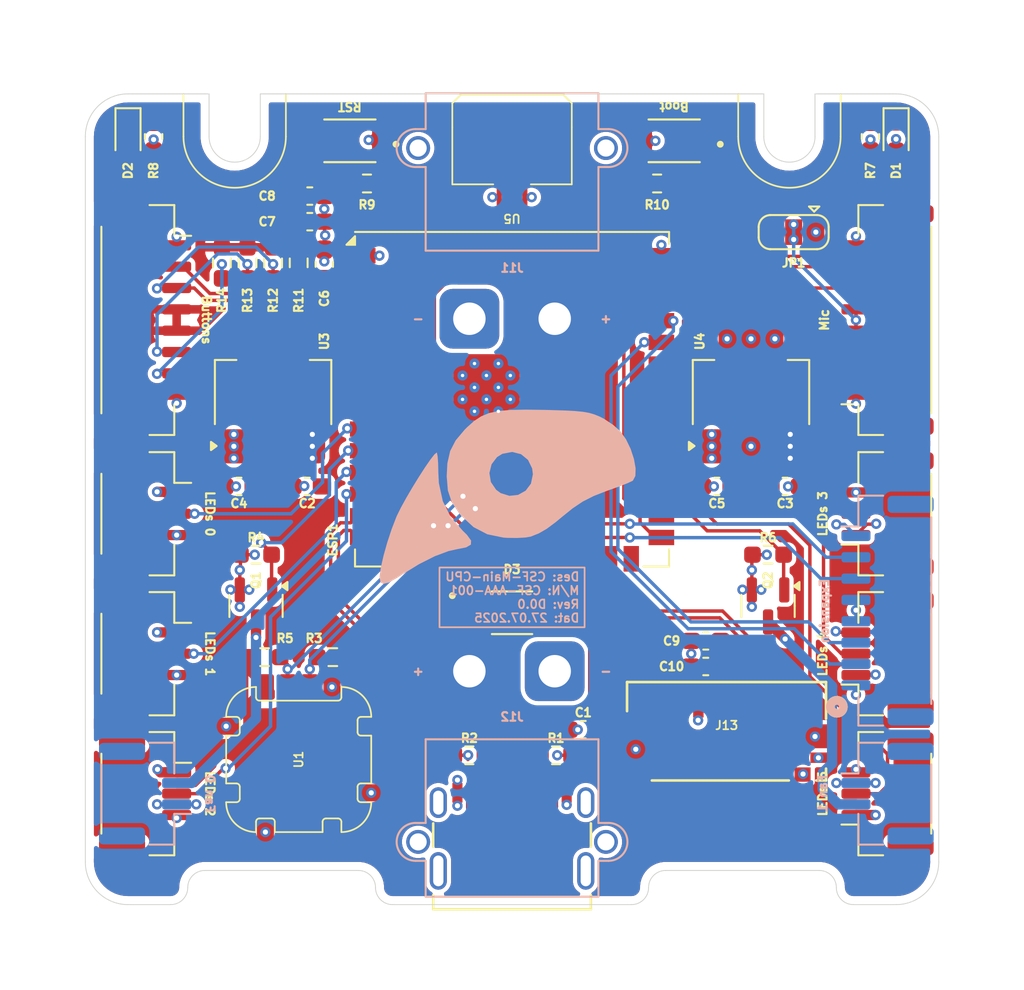
<source format=kicad_pcb>
(kicad_pcb (version 20241229) (generator "pcbnew") (generator_version "9.0")
  (layers (0 "F.Cu" signal) (4 "In1.Cu" signal) (6 "In2.Cu" signal) (2 "B.Cu" signal) (13 "F.Paste" user) (15 "B.Paste" user) (5 "F.SilkS" user "F.Silkscreen") (7 "B.SilkS" user "B.Silkscreen") (1 "F.Mask" user) (3 "B.Mask" user) (25 "Edge.Cuts" user))
  (net 0 "")
  (net 1 "Net-(ESP1-GPIO0{slash}BOOT)")
  (net 2 "GND")
  (net 3 "Net-(J1-VBUS_A)")
  (net 4 "+3V3")
  (net 5 "+5V")
  (net 6 "Net-(ESP1-EN)")
  (net 7 "Net-(D2-K)")
  (net 13 "Main USB +")
  (net 14 "Expansion TXD")
  (net 16 "Main USB -")
  (net 18 "Expansion RXD")
  (net 22 "Net-(J1-CC1)")
  (net 23 "Net-(J1-CC2)")
  (net 27 "SD SPI MISO")
  (net 28 "SD SPI CLK")
  (net 29 "SD SPI CS")
  (net 30 "SD SPI MOSI")
  (net 31 "Addr LED 0")
  (net 32 "Addr LED 1")
  (net 33 "Addr LED 2")
  (net 34 "Addr LED 3")
  (net 35 "Addr LED 4")
  (net 36 "Addr LED 5")
  (net 37 "I2S CLK")
  (net 38 "I2S WS")
  (net 39 "I2S Dout{slash}Analog")
  (net 40 "I2S L-R")
  (net 41 "Power UART TX")
  (net 42 "+RAWVS")
  (net 43 "Power UART RX")
  (net 44 "Fan 0")
  (net 45 "Fan 1")
  (net 46 "I2C SCL")
  (net 47 "I2C SDA")
  (net 48 "Button 3")
  (net 49 "Button 0")
  (net 50 "Button 2")
  (net 51 "Button 1")
  (net 52 "Net-(J9-Pin_2)")
  (net 53 "Net-(J14-Pin_4)")
  (net 56 "Net-(J10-Pin_2)")
  (net 57 "Net-(D1-K)")
  (footprint "Connector_JST:JST_GH_SM03B-GHS-TB_1x03-1MP_P1.25mm_Horizontal" (layer "F.Cu") (at 122 67.1 90)
    (property "Reference" "J5" (hide yes))
    (property "Value" "LEDs 3")
  )
  (footprint "Capacitor_SMD:C_0603_1608Metric_Pad1.08x0.95mm_HandSolder" (layer "F.Cu") (at 116 65.5)
    (property "Reference" "C3")
    (property "Value" "0.1uf" (hide yes))
  )
  (footprint "Package_TO_SOT_SMD:SOT-23" (layer "F.Cu") (at 85 72.5 -90)
    (property "Reference" "Q1")
    (property "Value" "DMG3402L" (hide yes))
  )
  (footprint "Resistor_SMD:R_0603_1608Metric_Pad0.98x0.95mm_HandSolder" (layer "F.Cu") (at 87.5 52.4 -90)
    (property "Reference" "R11")
    (property "Value" "10K" (hide yes))
  )
  (footprint "Resistor_SMD:R_0603_1608Metric" (layer "F.Cu") (at 102.575 81.25)
    (property "Reference" "R1")
    (property "Value" "5.1K" (hide yes))
  )
  (footprint "Capacitor_SMD:C_0603_1608Metric_Pad1.08x0.95mm_HandSolder" (layer "F.Cu") (at 88.15 48.4875)
    (property "Reference" "C8")
    (property "Value" "0.1uF" (hide yes))
  )
  (footprint "Capacitor_SMD:C_0603_1608Metric_Pad1.08x0.95mm_HandSolder" (layer "F.Cu") (at 88.15 49.9875)
    (property "Reference" "C7")
    (property "Value" "22uF" (hide yes))
  )
  (footprint "Package_TO_SOT_SMD:SOT-223-3_TabPin2" (layer "F.Cu") (at 114 60 90)
    (property "Reference" "U4")
    (property "Value" "LD1117S50TR_SOT223" (hide yes))
  )
  (footprint "Resistor_SMD:R_0603_1608Metric_Pad0.98x0.95mm_HandSolder" (layer "F.Cu") (at 83 52.4 -90)
    (property "Reference" "R14")
    (property "Value" "10K" (hide yes))
  )
  (footprint "Connector_JST:JST_GH_SM03B-GHS-TB_1x03-1MP_P1.25mm_Horizontal" (layer "F.Cu") (at 122 83.5 90)
    (property "Reference" "J7" (hide yes))
    (property "Value" "LEDs 5")
  )
  (footprint "Resistor_SMD:R_0603_1608Metric" (layer "F.Cu") (at 97.5 81.25 180)
    (property "Reference" "R2")
    (property "Value" "5.1K" (hide yes))
  )
  (footprint "Package_TO_SOT_SMD:SOT-23" (layer "F.Cu") (at 115 72.5 -90)
    (property "Reference" "Q2")
    (property "Value" "DMG3402L" (hide yes))
  )
  (footprint "Diode_SMD:D_0603_1608Metric_Pad1.05x0.95mm_HandSolder" (layer "F.Cu") (at 77.5 45 -90)
    (property "Reference" "D2")
    (property "Value" "LED" (hide yes))
  )
  (footprint "Package_TO_SOT_SMD:SOT-223-3_TabPin2" (layer "F.Cu") (at 86 60 90)
    (property "Reference" "U3")
    (property "Value" "LD1117S33TR_SOT223" (hide yes))
  )
  (footprint "Capacitor_SMD:C_0603_1608Metric_Pad1.08x0.95mm_HandSolder" (layer "F.Cu") (at 111.35 74.55 180)
    (property "Reference" "C9")
    (property "Value" "22uF" (hide yes))
  )
  (footprint "USBC:MOLEX_2171790001" (layer "F.Cu") (at 100 86.875)
    (property "Reference" "J1" (hide yes))
    (property "Value" "10171746-00021LF" (hide yes))
  )
  (footprint "Resistor_SMD:R_0603_1608Metric_Pad0.98x0.95mm_HandSolder" (layer "F.Cu") (at 85.5 75.5)
    (property "Reference" "R5")
    (property "Value" "10K" (hide yes))
  )
  (footprint "Resistor_SMD:R_0603_1608Metric" (layer "F.Cu") (at 91.5 47.75 180)
    (property "Reference" "R9")
    (property "Value" "10K" (hide yes))
  )
  (footprint "Capacitor_SMD:C_0603_1608Metric_Pad1.08x0.95mm_HandSolder" (layer "F.Cu") (at 112 65.5 180)
    (property "Reference" "C5")
    (property "Value" "10uf" (hide yes))
  )
  (footprint "Connector_JST:JST_GH_SM08B-GHS-TB_1x08-1MP_P1.25mm_Horizontal" (layer "F.Cu") (at 122 55.75 90)
    (property "Reference" "J14" (hide yes))
    (property "Value" "Mic")
  )
  (footprint "Connector_JST:JST_GH_SM03B-GHS-TB_1x03-1MP_P1.25mm_Horizontal" (layer "F.Cu") (at 78.5 83.5 -90)
    (property "Reference" "J4" (hide yes))
    (property "Value" "LEDs 2")
  )
  (footprint "Resistor_SMD:R_0603_1608Metric_Pad0.98x0.95mm_HandSolder" (layer "F.Cu") (at 84.5 52.4 -90)
    (property "Reference" "R13")
    (property "Value" "10K" (hide yes))
  )
  (footprint "Capacitor_SMD:C_0603_1608Metric_Pad1.08x0.95mm_HandSolder" (layer "F.Cu") (at 84 65.5 180)
    (property "Reference" "C4")
    (property "Value" "10uf" (hide yes))
  )
  (footprint "Buttons:SW_B3U-1000P" (layer "F.Cu") (at 109.5 45.25 180)
    (property "Reference" "S1" (hide yes))
    (property "Value" "Boot")
  )
  (footprint "PMEG Diode:DIO_PMEG3050EP_115" (layer "F.Cu") (at 100 72.9)
    (property "Reference" "D3")
    (property "Value" "PMEG3050EP_115" (hide yes))
  )
  (footprint "Capacitor_SMD:C_0603_1608Metric" (layer "F.Cu") (at 104.175 79.75 180)
    (property "Reference" "C1")
    (property "Value" "10uF" (hide yes))
  )
  (footprint "Micro SD:MicroSD_473092651" (layer "F.Cu") (at 112.572906 78.434)
    (property "Reference" "J13")
    (property "Value" "MicroSD" (hide yes))
  )
  (footprint "Connector_JST:JST_GH_SM08B-GHS-TB_1x08-1MP_P1.25mm_Horizontal" (layer "F.Cu") (at 78.5 55.75 -90)
    (property "Reference" "J8" (hide yes))
    (property "Value" "Buttons")
  )
  (footprint "Custom Modules:Sensored" (layer "F.Cu") (at 87.5 81.5 90)
    (property "Reference" "U1")
    (property "Value" "Sensored" (hide yes))
  )
  (footprint "Diode_SMD:D_0603_1608Metric_Pad1.05x0.95mm_HandSolder" (layer "F.Cu") (at 122.5 45 -90)
    (property "Reference" "D1")
    (property "Value" "LED" (hide yes))
  )
  (footprint "Resistor_SMD:R_0603_1608Metric_Pad0.98x0.95mm_HandSolder" (layer "F.Cu") (at 85 69.5 180)
    (property "Reference" "R4")
    (property "Value" "10K" (hide yes))
  )
  (footprint "Connector_JST:JST_GH_SM03B-GHS-TB_1x03-1MP_P1.25mm_Horizontal" (layer "F.Cu") (at 122 75.3 90)
    (property "Reference" "J6" (hide yes))
    (property "Value" "LEDs 4")
  )
  (footprint "Jumper:SolderJumper-3_P1.3mm_Open_RoundedPad1.0x1.5mm" (layer "F.Cu") (at 116.5 50.6 180)
    (property "Reference" "JP1")
    (property "Value" "SolderJumper_3_Open" (hide yes))
  )
  (footprint "Capacitor_SMD:C_0603_1608Metric_Pad1.08x0.95mm_HandSolder" (layer "F.Cu") (at 121 45 -90)
    (property "Reference" "R7")
    (property "Value" "145ohm" (hide yes))
  )
  (footprint "Connector_JST:JST_GH_SM03B-GHS-TB_1x03-1MP_P1.25mm_Horizontal" (layer "F.Cu") (at 78.5 75.3 -90)
    (property "Reference" "J3" (hide yes))
    (property "Value" "LEDs 1")
  )
  (footprint "Resistor_SMD:R_0603_1608Metric_Pad0.98x0.95mm_HandSolder" (layer "F.Cu") (at 89.5 75.5 180)
    (property "Reference" "R3")
    (property "Value" "10K" (hide yes))
  )
  (footprint "Resistor_SMD:R_0603_1608Metric_Pad0.98x0.95mm_HandSolder" (layer "F.Cu") (at 86 52.4 -90)
    (property "Reference" "R12")
    (property "Value" "10K" (hide yes))
  )
  (footprint "Capacitor_SMD:C_0603_1608Metric_Pad1.08x0.95mm_HandSolder" (layer "F.Cu") (at 111.35 76.05 180)
    (property "Reference" "C10")
    (property "Value" "0.1uF" (hide yes))
  )
  (footprint "RF_Module:ESP32-S3-WROOM-1U" (layer "F.Cu") (at 100 60.39)
    (property "Reference" "ESP1")
    (property "Value" "ESP32-S3-WROOM-1U" (hide yes))
  )
  (footprint "Capacitor_SMD:C_0603_1608Metric_Pad1.08x0.95mm_HandSolder" (layer "F.Cu") (at 88 65.5 180)
    (property "Reference" "C2")
    (property "Value" "0.1uf" (hide yes))
  )
  (footprint "Resistor_SMD:R_0603_1608Metric" (layer "F.Cu") (at 108.5 47.75)
    (property "Reference" "R10")
    (property "Value" "10K" (hide yes))
  )
  (footprint "Capacitor_SMD:C_0603_1608Metric_Pad1.08x0.95mm_HandSolder" (layer "F.Cu") (at 89 52.4875 -90)
    (property "Reference" "C6")
    (property "Value" "1uF" (hide yes))
  )
  (footprint "FCC:FFC-4-0.5" (layer "F.Cu") (at 100 47.9 180)
    (property "Reference" "U5")
    (property "Value" "Substructure" (hide yes))
  )
  (footprint "Resistor_SMD:R_0603_1608Metric_Pad0.98x0.95mm_HandSolder" (layer "F.Cu") (at 115 69.5 180)
    (property "Reference" "R6")
    (property "Value" "10K" (hide yes))
  )
  (footprint "Buttons:SW_B3U-1000P" (layer "F.Cu") (at 90.5 45.25 180)
    (property "Reference" "S2" (hide yes))
    (property "Value" "RST")
  )
  (footprint "Connector_JST:JST_GH_SM03B-GHS-TB_1x03-1MP_P1.25mm_Horizontal" (layer "F.Cu") (at 78.5 67.1 -90)
    (property "Reference" "J2" (hide yes))
    (property "Value" "LEDs 0")
  )
  (footprint "Capacitor_SMD:C_0603_1608Metric_Pad1.08x0.95mm_HandSolder" (layer "F.Cu") (at 79 45 -90)
    (property "Reference" "R8")
    (property "Value" "33ohm" (hide yes))
  )
  (footprint "Connector_JST:JST_GH_SM02B-GHS-TB_1x02-1MP_P1.25mm_Horizontal" (layer "B.Cu") (at 122 83.5 -90)
    (property "Reference" "J10" (hide yes))
    (property "Value" "Fan 1")
  )
  (footprint "Connector_JST:JST_GH_SM02B-GHS-TB_1x02-1MP_P1.25mm_Horizontal" (layer "B.Cu") (at 78.5 83.5 90)
    (property "Reference" "J9" (hide yes))
    (property "Value" "Fan 0")
  )
  (footprint "Connector_AMASS:AMASS_XT30PW-M_1x02_P2.50mm_Horizontal" (layer "B.Cu") (at 97.5 55.675 180)
    (property "Reference" "J11")
    (property "Value" "Substructure Power" (hide yes))
  )
  (footprint "Connector_AMASS:AMASS_XT30PW-M_1x02_P2.50mm_Horizontal" (layer "B.Cu") (at 102.5 76.325)
    (property "Reference" "J12")
    (property "Value" "Head Power" (hide yes))
  )
  (footprint "LOGO" (layer "B.Cu") (at 99.75 66.25 180)
    (property "Reference" "G***" (hide yes))
    (property "Value" "LOGO" (hide yes))
  )
  (footprint "Connector_JST:JST_GH_SM08B-GHS-TB_1x08-1MP_P1.25mm_Horizontal" (layer "B.Cu") (at 122 72.775 -90)
    (property "Reference" "J15" (hide yes))
    (property "Value" "Expansion")
  )
  (gr_line (start 113.25 45) (end 113.25 42.5) (stroke (width 0.1)) (layer "F.SilkS"))
  (gr_arc (start 86.75 45) (mid 83.75 48) (end 80.75 45) (stroke (width 0.1)) (layer "F.SilkS"))
  (gr_arc (start 119.25 45) (mid 116.25 48) (end 113.25 45) (stroke (width 0.1)) (layer "F.SilkS"))
  (gr_line (start 86.75 45) (end 86.75 42.5) (stroke (width 0.1)) (layer "F.SilkS"))
  (gr_line (start 80.75 45) (end 80.75 42.5) (stroke (width 0.1)) (layer "F.SilkS"))
  (gr_line (start 119.25 45) (end 119.25 42.5) (stroke (width 0.1)) (layer "F.SilkS"))
  (gr_rect (start 95.75 70.25) (end 104.25 73.75) (stroke (width 0.1)) (fill no) (layer "B.SilkS"))
  (gr_arc (start 125 87.5) (mid 124.267767 89.267767) (end 122.5 90) (stroke (width 0.05)) (layer "Edge.Cuts"))
  (gr_arc (start 85.25 45) (mid 83.75 46.5) (end 82.25 45) (stroke (width 0.05)) (layer "Edge.Cuts"))
  (gr_line (start 75 87.5) (end 75 45) (stroke (width 0.05)) (layer "Edge.Cuts"))
  (gr_arc (start 77.5 90) (mid 75.732233 89.267767) (end 75 87.5) (stroke (width 0.05)) (layer "Edge.Cuts"))
  (gr_line (start 85.25 45) (end 85.25 42.5) (stroke (width 0.05)) (layer "Edge.Cuts"))
  (gr_arc (start 75 45) (mid 75.732233 43.232233) (end 77.5 42.5) (stroke (width 0.05)) (layer "Edge.Cuts"))
  (gr_arc (start 93 90) (mid 92.292893 89.707107) (end 92 89) (stroke (width 0.05)) (layer "Edge.Cuts"))
  (gr_line (start 80 90) (end 77.5 90) (stroke (width 0.05)) (layer "Edge.Cuts"))
  (gr_line (start 85.25 42.5) (end 114.75 42.5) (stroke (width 0.05)) (layer "Edge.Cuts"))
  (gr_line (start 82.25 45) (end 82.25 42.5) (stroke (width 0.05)) (layer "Edge.Cuts"))
  (gr_arc (start 122.5 42.5) (mid 124.267767 43.232233) (end 125 45) (stroke (width 0.05)) (layer "Edge.Cuts"))
  (gr_line (start 120 90) (end 122.5 90) (stroke (width 0.05)) (layer "Edge.Cuts"))
  (gr_arc (start 120 90) (mid 119.292893 89.707107) (end 119 89) (stroke (width 0.05)) (layer "Edge.Cuts"))
  (gr_arc (start 117.75 45) (mid 116.25 46.5) (end 114.75 45) (stroke (width 0.05)) (layer "Edge.Cuts"))
  (gr_line (start 125 45) (end 125 87.5) (stroke (width 0.05)) (layer "Edge.Cuts"))
  (gr_line (start 107 90) (end 93 90) (stroke (width 0.05)) (layer "Edge.Cuts"))
  (gr_arc (start 81 89) (mid 80.707107 89.707107) (end 80 90) (stroke (width 0.05)) (layer "Edge.Cuts"))
  (gr_line (start 117.75 45) (end 117.75 42.5) (stroke (width 0.05)) (layer "Edge.Cuts"))
  (gr_arc (start 108 89) (mid 107.707107 89.707107) (end 107 90) (stroke (width 0.05)) (layer "Edge.Cuts"))
  (gr_line (start 118 88) (end 109 88) (stroke (width 0.05)) (layer "Edge.Cuts"))
  (gr_line (start 117.75 42.5) (end 122.5 42.5) (stroke (width 0.05)) (layer "Edge.Cuts"))
  (gr_line (start 91 88) (end 82 88) (stroke (width 0.05)) (layer "Edge.Cuts"))
  (gr_arc (start 118 88) (mid 118.707107 88.292893) (end 119 89) (stroke (width 0.05)) (layer "Edge.Cuts"))
  (gr_line (start 114.75 45) (end 114.75 42.5) (stroke (width 0.05)) (layer "Edge.Cuts"))
  (gr_line (start 82.25 42.5) (end 77.5 42.5) (stroke (width 0.05)) (layer "Edge.Cuts"))
  (gr_arc (start 81 89) (mid 81.292892 88.292892) (end 82 88) (stroke (width 0.05)) (layer "Edge.Cuts"))
  (gr_arc (start 91 88) (mid 91.707107 88.292893) (end 92 89) (stroke (width 0.05)) (layer "Edge.Cuts"))
  (gr_arc (start 108 89) (mid 108.292892 88.292892) (end 109 88) (stroke (width 0.05)) (layer "Edge.Cuts"))
  (gr_text "Des: CSF-Main-CPU\nM/N: CSF-AAA-001\nRev: D0.0\nDat: 27.07.2025" (at 104 72 0) (layer "B.SilkS") (effects (font (size 0.5 0.5) (thickness 0.1)) (justify left mirror)))
  (segment (start 108.379 68.49) (end 107.501 67.612) (width 0.2) (layer "F.Cu") (net 1))
  (segment (start 109.325 47.75) (end 109.6 47.75) (width 0.2) (layer "F.Cu") (net 1))
  (segment (start 108.75 68.49) (end 108.379 68.49) (width 0.2) (layer "F.Cu") (net 1))
  (segment (start 106.55 66.2) (end 106.55 50.45) (width 0.2) (layer "F.Cu") (net 1))
  (segment (start 107.501 67.612) (end 107.501 67.151) (width 0.2) (layer "F.Cu") (net 1))
  (segment (start 111.2 45.85) (end 111.35 46) (width 0.2) (layer "F.Cu") (net 1))
  (segment (start 109.6 47.75) (end 111.2 46.15) (width 0.2) (layer "F.Cu") (net 1))
  (segment (start 106.55 50.45) (end 109.25 47.75) (width 0.2) (layer "F.Cu") (net 1))
  (segment (start 111.2 44.65) (end 111.2 45.85) (width 0.2) (layer "F.Cu") (net 1))
  (segment (start 111.2 46.15) (end 111.2 45.25) (width 0.2) (layer "F.Cu") (net 1))
  (segment (start 109.25 47.75) (end 109.325 47.75) (width 0.2) (layer "F.Cu") (net 1))
  (segment (start 107.501 67.151) (end 106.55 66.2) (width 0.2) (layer "F.Cu") (net 1))
  (segment (start 113.5125 71.5625) (end 113.5 71.55) (width 0.2) (layer "F.Cu") (net 2))
  (segment (start 84.0875 70.3625) (end 84.05 70.4) (width 0.2) (layer "F.Cu") (net 2))
  (segment (start 111.7 63.15) (end 111.7 63.85) (width 0.2) (layer "F.Cu") (net 2))
  (segment (start 117.957194 81.392806) (end 117.95 81.4) (width 0.2) (layer "F.Cu") (net 2))
  (segment (start 111.824313 65.5) (end 111.825 65.499313) (width 0.2) (layer "F.Cu") (net 2))
  (segment (start 107.8 44.65) (end 107.8 44.55) (width 0.2) (layer "F.Cu") (net 2))
  (segment (start 89 49.0875) (end 88.85 49.2375) (width 0.2) (layer "F.Cu") (net 2))
  (segment (start 84.5875 71.5625) (end 84.6 71.55) (width 0.2) (layer "F.Cu") (net 2))
  (segment (start 79 45.8625) (end 79 45.175687) (width 0.2) (layer "F.Cu") (net 2))
  (segment (start 103.4 79.75) (end 103.85 79.75) (width 0.2) (layer "F.Cu") (net 2))
  (segment (start 89 49.85) (end 88.8625 49.9875) (width 0.2) (layer "F.Cu") (net 2))
  (segment (start 84.05 71.5625) (end 84.05 70.4) (width 0.2) (layer "F.Cu") (net 2))
  (segment (start 92.35 44.5) (end 92.3 44.5) (width 0.2) (layer "F.Cu") (net 2))
  (segment (start 79 45.175687) (end 78.999313 45.175) (width 0.2) (layer "F.Cu") (net 2))
  (segment (start 120.15 51.375) (end 120.15 50.85) (width 0.2) (layer "F.Cu") (net 2))
  (segment (start 87.1375 65.5) (end 87.800343 65.5) (width 0.2) (layer "F.Cu") (net 2))
  (segment (start 83.1375 65.5) (end 83.825 65.5) (width 0.2) (layer "F.Cu") (net 2))
  (segment (start 96.8 83.45) (end 96.8 84.206224) (width 0.2) (layer "F.Cu") (net 2))
  (segment (start 88.85 49.2375) (end 89 49.3875) (width 0.2) (layer "F.Cu") (net 2))
  (segment (start 110.916618 78.41) (end 110.916618 79.183382) (width 0.2) (layer "F.Cu") (net 2))
  (segment (start 89.0125 50.75) (end 89.05 50.7875) (width 0.2) (layer "F.Cu") (net 2))
  (segment (start 99.25 48.55) (end 98.85 48.55) (width 0.2) (layer "F.Cu") (net 2))
  (segment (start 96.8 83.45) (end 96.8 82.7) (width 0.2) (layer "F.Cu") (net 2))
  (segment (start 111.1375 65.5) (end 111.824313 65.5) (width 0.2) (layer "F.Cu") (net 2))
  (segment (start 87.800343 65.5) (end 87.825 65.475343) (width 0.2) (layer "F.Cu") (net 2))
  (segment (start 116.8625 65.5) (end 116.175 65.5) (width 0.2) (layer "F.Cu") (net 2))
  (segment (start 92.23 51.98) (end 91.25 51.98) (width 0.2) (layer "F.Cu") (net 2))
  (segment (start 107.75 46) (end 107.65 46) (width 0.2) (layer "F.Cu") (net 2))
  (segment (start 88.8625 51.4875) (end 89 51.625) (width 0.2) (layer "F.Cu") (net 2))
  (segment (start 89 48.625) (end 89 49.0875) (width 0.2) (layer "F.Cu") (net 2))
  (segment (start 83.7 63.15) (end 83.7 63.85) (width 0.2) (layer "F.Cu") (net 2))
  (segment (start 88.8625 48.4875) (end 89 48.625) (width 0.2) (layer "F.Cu") (net 2))
  (segment (start 107.261194 80.890307) (end 107.259693 80.890307) (width 0.2) (layer "F.Cu") (net 2))
  (segment (start 117.021106 82.3807) (end 117.021106 82.378894) (width 0.2) (layer "F.Cu") (net 2))
  (segment (start 120.15 74.05) (end 119.028243 74.05) (width 0.2) (layer "F.Cu") (net 2))
  (segment (start 107.8 45.95) (end 107.75 46) (width 0.2) (layer "F.Cu") (net 2))
  (segment (start 117.973605 81.392806) (end 117.957194 81.392806) (width 0.2) (layer "F.Cu") (net 2))
  (segment (start 119.028243 74.05) (end 118.965069 73.986826) (width 0.2) (layer "F.Cu") (net 2))
  (segment (start 89 51.625) (end 89 50.8375) (width 0.2) (layer "F.Cu") (net 2))
  (segment (start 103.4 81.25) (end 102.65 81.25) (width 0.2) (layer "F.Cu") (net 2))
  (segment (start 84.05 71.5625) (end 84.05 72.55) (width 0.2) (layer "F.Cu") (net 2))
  (segment (start 114.05 70.4) (end 114.05 69.5375) (width 0.2) (layer "F.Cu") (net 2))
  (segment (start 84.924313 69.5) (end 84.925 69.499313) (width 0.2) (layer "F.Cu") (net 2))
  (segment (start 108.4 45.25) (end 107.8 45.85) (width 0.2) (layer "F.Cu") (net 2))
  (segment (start 84.0875 69.5) (end 84.924313 69.5) (width 0.2) (layer "F.Cu") (net 2))
  (segment (start 107.75 44.5) (end 107.65 44.5) (width 0.2) (layer "F.Cu") (net 2))
  (segment (start 84.0875 69.5) (end 84.0875 70.3625) (width 0.2) (layer "F.Cu") (net 2))
  (segment (start 89.0125 49.9875) (end 89.0125 50.75) (width 0.2) (layer "F.Cu") (net 2))
  (segment (start 80.35 51.375) (end 80.35 50.875) (width 0.2) (layer "F.Cu") (net 2))
  (segment (start 89 50.8375) (end 89.05 50.7875) (width 0.2) (layer "F.Cu") (net 2))
  (segment (start 84.05 71.5625) (end 83.5125 71.5625) (width 0.2) (layer "F.Cu") (net 2))
  (segment (start 89 49.3875) (end 89 49.85) (width 0.2) (layer "F.Cu") (net 2))
  (segment (start 110.4875 76.05) (end 110.4875 75.3125) (width 0.2) (layer "F.Cu") (net 2))
  (segment (start 107.8 45.85) (end 107.8 45.95) (width 0.2) (layer "F.Cu") (net 2))
  (segment (start 107.8 44.55) (end 107.75 44.5) (width 0.2) (layer "F.Cu") (net 2))
  (segment (start 117.745006 80.145006) (end 117.75 80.15) (width 0.2) (layer "F.Cu") (net 2))
  (segment (start 100.75 48.55) (end 101.15 48.55) (width 0.2) (layer "F.Cu") (net 2))
  (segment (start 110.916618 79.183382) (end 110.9 79.2) (width 0.2) (layer "F.Cu") (net 2))
  (segment (start 92.35 46) (end 92.35 45.95) (width 0.2) (layer "F.Cu") (net 2))
  (segment (start 80.35 84.75) (end 80.35 84.925) (width 0.2) (layer "F.Cu") (net 2))
  (segment (start 114.05 71.5625) (end 113.5125 71.5625) (width 0.2) (layer "F.Cu") (net 2))
  (segment (start 108.4 45.25) (end 107.8 44.65) (width 0.2) (layer "F.Cu") (net 2))
  (segment (start 80.35 60.125) (end 80.35 60.625) (width 0.2) (layer "F.Cu") (net 2))
  (segment (start 84.05 71.5625) (end 84.5875 71.5625) (width 0.2) (layer "F.Cu") (net 2))
  (segment (start 120.15 82.25) (end 120.15 82.075) (width 0.2) (layer "F.Cu") (net 2))
  (segment (start 97.415338 81.5) (end 97.425 81.490338) (width 0.2) (layer "F.Cu") (net 2))
  (segment (start 117.745006 80.138005) (end 117.745006 80.145006) (width 0.2) (layer "F.Cu") (net 2))
  (segment (start 114.924313 69.5) (end 114.925 69.499313) (width 0.2) (layer "F.Cu") (net 2))
  (segment (start 114.05 71.5625) (end 114.5875 71.5625) (width 0.2) (layer "F.Cu") (net 2))
  (segment (start 114.5875 71.5625) (end 114.6 71.55) (width 0.2) (layer "F.Cu") (net 2))
  (segment (start 107.259693 80.890307) (end 107.25 80.9) (width 0.2) (layer "F.Cu") (net 2))
  (segment (start 96.675 81.25) (end 97.415338 81.25) (width 0.2) (layer "F.Cu") (net 2))
  (segment (start 117.021106 82.378894) (end 117.05 82.35) (width 0.2) (layer "F.Cu") (net 2))
  (segment (start 114.05 69.5375) (end 114.0875 69.5) (width 0.2) (layer "F.Cu") (net 2))
  (segment (start 110.4875 75.2875) (end 110.5 75.3) (width 0.2) (layer "F.Cu") (net 2))
  (segment (start 110.4875 75.3125) (end 110.5 75.3) (width 0.2) (layer "F.Cu") (net 2))
  (segment (start 114.0875 69.5) (end 114.924313 69.5) (width 0.2) (layer "F.Cu") (net 2))
  (segment (start 120.15 60.125) (end 120.15 60.65) (width 0.2) (layer "F.Cu") (net 2))
  (segment (start 114.05 71.5625) (end 114.05 72.55) (width 0.2) (layer "F.Cu") (net 2))
  (segment (start 89 51.625) (end 89 52.3125) (width 0.2) (layer "F.Cu") (net 2))
  (segment (start 114.05 71.5625) (end 114.05 70.4) (width 0.2) (layer "F.Cu") (net 2))
  (segment (start 103.2 83.45) (end 103.2 84.15) (width 0.2) (layer "F.Cu") (net 2))
  (segment (start 121 45.8625) (end 121 45.175) (width 0.2) (layer "F.Cu") (net 2))
  (segment (start 92.35 45.95) (end 91.6 45.2) (width 0.2) (layer "F.Cu") (net 2))
  (segment (start 108.75 51.35) (end 108.75 51.98) (width 0.2) (layer "F.Cu") (net 2))
  (segment (start 83.5125 71.5625) (end 83.5 71.55) (width 0.2) (layer "F.Cu") (net 2))
  (segment (start 92.3 44.5) (end 91.6 45.2) (width 0.2) (layer "F.Cu") (net 2))
  (segment (start 110.4875 74.55) (end 110.4875 75.2875) (width 0.2) (layer "F.Cu") (net 2))
  (via (at 114.05 70.4) (size 0.6) (drill 0.3) (layers "F.Cu" "B.Cu") (net 2))
  (via (at 113.5 71.55) (size 0.6) (drill 0.3) (layers "F.Cu" "B.Cu") (net 2))
  (via (at 111.7 62.45) (size 0.6) (drill 0.3) (layers "F.Cu" "B.Cu") (net 2))
  (via (at 78.999313 45.175) (size 0.6) (drill 0.3) (layers "F.Cu" "B.Cu") (net 2))
  (via (at 120.15 60.65) (size 0.6) (drill 0.3) (layers "F.Cu" "B.Cu") (net 2))
  (via (at 85.55 85.75) (size 0.6) (drill 0.3) (layers "F.Cu" "B.Cu") (net 2))
  (via (at 117.75 80.15) (size 0.6) (drill 0.3) (layers "F.Cu" "B.Cu") (net 2))
  (via (at 98.85 48.55) (size 0.6) (drill 0.3) (layers "F.Cu" "B.Cu") (net 2))
  (via (at 80.35 60.625) (size 0.6) (drill 0.3) (layers "F.Cu" "B.Cu") (net 2))
  (via (at 83.7 62.45) (size 0.6) (drill 0.3) (layers "F.Cu" "B.Cu") (net 2))
  (via (at 117.95 81.4) (size 0.6) (drill 0.3) (layers "F.Cu" "B.Cu") (net 2))
  (via (at 114.6 71.55) (size 0.6) (drill 0.3) (layers "F.Cu" "B.Cu") (net 2))
  (via (at 120.15 82.075) (size 0.6) (drill 0.3) (layers "F.Cu" "B.Cu") (net 2))
  (via (at 87.825 65.475343) (size 0.6) (drill 0.3) (layers "F.Cu" "B.Cu") (net 2))
  (via (at 111.825 65.499313) (size 0.6) (drill 0.3) (layers "F.Cu" "B.Cu") (net 2))
  (via (at 83.25 79.55) (size 0.6) (drill 0.3) (layers "F.Cu" "B.Cu") (net 2))
  (via (at 111.7 63.85) (size 0.6) (drill 0.3) (layers "F.Cu" "B.Cu") (net 2))
  (via (at 102.65 81.25) (size 0.6) (drill 0.3) (layers "F.Cu" "B.Cu") (net 2))
  (via (at 89.45 77.25) (size 0.6) (drill 0.3) (layers "F.Cu" "B.Cu") (net 2))
  (via (at 121 45.175) (size 0.6) (drill 0.3) (layers "F.Cu" "B.Cu") (net 2))
  (via (at 91.6 45.2) (size 0.6) (drill 0.3) (layers "F.Cu" "B.Cu") (net 2))
  (via (at 96.8 84.206224) (size 0.6) (drill 0.3) (layers "F.Cu" "B.Cu") (net 2))
  (via (at 84.05 72.55) (size 0.6) (drill 0.3) (layers "F.Cu" "B.Cu") (net 2))
  (via (at 114.05 72.55) (size 0.6) (drill 0.3) (layers "F.Cu" "B.Cu") (net 2))
  (via (at 89 52.3125) (size 0.6) (drill 0.3) (layers "F.Cu" "B.Cu") (net 2))
  (via (at 118.965069 73.986826) (size 0.6) (drill 0.3) (layers "F.Cu" "B.Cu") (net 2))
  (via (at 120.15 65.85) (size 0.6) (drill 0.3) (layers "F.Cu" "B.Cu") (net 2))
  (via (at 97.425 81.240338) (size 0.6) (drill 0.3) (layers "F.Cu" "B.Cu") (net 2))
  (via (at 92.23 51.98) (size 0.6) (drill 0.3) (layers "F.Cu" "B.Cu") (net 2))
  (via (at 80.35 84.925) (size 0.6) (drill 0.3) (layers "F.Cu" "B.Cu") (net 2))
  (via (at 80.35 50.875) (size 0.6) (drill 0.3) (layers "F.Cu" "B.Cu") (net 2))
  (via (at 84.925 69.499313) (size 0.6) (drill 0.3) (layers "F.Cu" "B.Cu") (net 2))
  (via (at 110.9 79.2) (size 0.6) (drill 0.3) (layers "F.Cu" "B.Cu") (net 2))
  (via (at 89 49.2375) (size 0.6) (drill 0.3) (layers "F.Cu" "B.Cu") (net 2))
  (via (at 117.05 82.35) (size 0.6) (drill 0.3) (layers "F.Cu" "B.Cu") (net 2))
  (via (at 110.5 75.3) (size 0.6) (drill 0.3) (layers "F.Cu" "B.Cu") (net 2))
  (via (at 103.85 79.75) (size 0.6) (drill 0.3) (layers "F.Cu" "B.Cu") (net 2))
  (via (at 120.15 50.85) (size 0.6) (drill 0.3) (layers "F.Cu" "B.Cu") (net 2))
  (via (at 83.5 71.55) (size 0.6) (drill 0.3) (layers "F.Cu" "B.Cu") (net 2))
  (via (at 101.15 48.55) (size 0.6) (drill 0.3) (layers "F.Cu" "B.Cu") (net 2))
  (via (at 80.35 68.35) (size 0.6) (drill 0.3) (layers "F.Cu" "B.Cu") (net 2))
  (via (at 91.75 83.45) (size 0.6) (drill 0.3) (layers "F.Cu" "B.Cu") (net 2))
  (via (at 116.175 65.5) (size 0.6) (drill 0.3) (layers "F.Cu" "B.Cu") (net 2))
  (via (at 119.002125 67.725) (size 0.6) (drill 0.3) (layers "F.Cu" "B.Cu") (net 2))
  (via (at 83.7 63.85) (size 0.6) (drill 0.3) (layers "F.Cu" "B.Cu") (net 2))
  (via (at 80.35 76.55) (size 0.6) (drill 0.3) (layers "F.Cu" "B.Cu") (net 2))
  (via (at 108.4 45.25) (size 0.6) (drill 0.3) (layers "F.Cu" "B.Cu") (net 2))
  (via (at 84.05 70.4) (size 0.6) (drill 0.3) (layers "F.Cu" "B.Cu") (net 2))
  (via (at 89.05 50.7875) (size 0.6) (drill 0.3) (layers "F.Cu" "B.Cu") (net 2))
  (via (at 103.2 84.15) (size 0.6) (drill 0.3) (layers "F.Cu" "B.Cu") (net 2))
  (via (at 108.75 51.35) (size 0.6) (drill 0.3) (layers "F.Cu" "B.Cu") (net 2))
  (via (at 114.925 69.499313) (size 0.6) (drill 0.3) (layers "F.Cu" "B.Cu") (net 2))
  (via (at 83.825 65.5) (size 0.6) (drill 0.3) (layers "F.Cu" "B.Cu") (net 2))
  (via (at 84.6 71.55) (size 0.6) (drill 0.3) (layers "F.Cu" "B.Cu") (net 2))
  (via (at 111.7 63.15) (size 0.6) (drill 0.3) (layers "F.Cu" "B.Cu") (net 2))
  (via (at 96.8 82.7) (size 0.6) (drill 0.3) (layers "F.Cu" "B.Cu") (net 2))
  (via (at 83.7 63.15) (size 0.6) (drill 0.3) (layers "F.Cu" "B.Cu") (net 2))
  (via (at 120.15 77.7) (size 0.6) (drill 0.3) (layers "F.Cu" "B.Cu") (net 2))
  (via (at 107.25 80.9) (size 0.6) (drill 0.3) (layers "F.Cu" "B.Cu") (net 2))
  (segment (start 119.002125 67.725) (end 119.475 67.725) (width 0.2) (layer "B.Cu") (net 2))
  (segment (start 119.475 67.725) (end 120.15 68.4) (width 0.2) (layer "B.Cu") (net 2))
  (segment (start 120.15 77.15) (end 120.15 77.7) (width 0.2) (layer "B.Cu") (net 2))
  (segment (start 104.95 81.5) (end 104.95 79.75) (width 1) (layer "F.Cu") (net 3))
  (segment (start 101.65 85) (end 102.4 84.25) (width 0.6) (layer "F.Cu") (net 3))
  (segment (start 102.75 82.3) (end 104.15 82.3) (width 0.6) (layer "F.Cu") (net 3))
  (segment (start 97.6 84.3) (end 98.3 85) (width 0.6) (layer "F.Cu") (net 3))
  (segment (start 103.25 72.9) (end 102.2 72.9) (width 1) (layer "F.Cu") (net 3))
  (segment (start 104.95 79.75) (end 104.95 74.6) (width 1) (layer "F.Cu") (net 3))
  (segment (start 102.4 82.65) (end 102.75 82.3) (width 0.6) (layer "F.Cu") (net 3))
  (segment (start 102.4 84.25) (end 102.4 83.45) (width 0.6) (layer "F.Cu") (net 3))
  (segment (start 97.6 83.45) (end 97.6 84.3) (width 0.6) (layer "F.Cu") (net 3))
  (segment (start 104.15 82.3) (end 104.2 82.25) (width 0.6) (layer "F.Cu") (net 3))
  (segment (start 104.2 82.25) (end 104.95 81.5) (width 1) (layer "F.Cu") (net 3))
  (segment (start 102.4 83.45) (end 102.4 82.65) (width 0.6) (layer "F.Cu") (net 3))
  (segment (start 104.95 74.6) (end 103.25 72.9) (width 1) (layer "F.Cu") (net 3))
  (segment (start 98.3 85) (end 101.65 85) (width 0.6) (layer "F.Cu") (net 3))
  (segment (start 87.2875 49.9875) (end 87.2875 51.275) (width 0.2) (layer "F.Cu") (net 4))
  (segment (start 83 51.4875) (end 87.5 51.4875) (width 0.2) (layer "F.Cu") (net 4))
  (segment (start 87.2875 51.275) (end 87.5 51.4875) (width 0.2) (layer "F.Cu") (net 4))
  (segment (start 120.15 84.75) (end 121.3 84.75) (width 0.6) (layer "F.Cu") (net 5))
  (segment (start 112.8625 64.2875) (end 114 63.15) (width 0.2) (layer "F.Cu") (net 5))
  (segment (start 79.202126 65.815088) (end 80.315088 65.815088) (width 0.6) (layer "F.Cu") (net 5))
  (segment (start 80.315088 65.815088) (end 80.35 65.85) (width 0.6) (layer "F.Cu") (net 5))
  (segment (start 112.8625 65.5) (end 112.8625 64.2875) (width 0.2) (layer "F.Cu") (net 5))
  (segment (start 114 56.85) (end 112.6 56.85) (width 0.2) (layer "F.Cu") (net 5))
  (segment (start 122.5 45.875) (end 122.5 45.15) (width 0.2) (layer "F.Cu") (net 5))
  (segment (start 121.297874 76.525001) (end 121.272875 76.55) (width 0.2) (layer "F.Cu") (net 5))
  (segment (start 79.202126 74.05) (end 80.35 74.05) (width 0.6) (layer "F.Cu") (net 5))
  (segment (start 79.402126 82.25) (end 80.35 82.25) (width 0.6) (layer "F.Cu") (net 5))
  (segment (start 121.272875 76.55) (end 120.15 76.55) (width 0.2) (layer "F.Cu") (net 5))
  (segment (start 121.311822 67.710013) (end 120.789987 67.710013) (width 0.2) (layer "F.Cu") (net 5))
  (segment (start 79.227126 82.075) (end 79.402126 82.25) (width 0.6) (layer "F.Cu") (net 5))
  (segment (start 120.789987 67.710013) (end 120.15 68.35) (width 0.2) (layer "F.Cu") (net 5))
  (segment (start 121.334389 67.687446) (end 121.311822 67.710013) (width 0.2) (layer "F.Cu") (net 5))
  (segment (start 114 56.85) (end 115.4 56.85) (width 0.2) (layer "F.Cu") (net 5))
  (via (at 79.202126 84.124999) (size 0.6) (drill 0.3) (layers "F.Cu" "B.Cu") (net 5))
  (via (at 81.497875 84.124999) (size 0.6) (drill 0.3) (layers "F.Cu" "B.Cu") (net 5))
  (via (at 114 63.15) (size 0.6) (drill 0.3) (layers "F.Cu" "B.Cu") (net 5))
  (via (at 79.202126 65.815088) (size 0.6) (drill 0.3) (layers "F.Cu" "B.Cu") (net 5))
  (via (at 121.297875 82.875) (size 0.6) (drill 0.3) (layers "F.Cu" "B.Cu") (net 5))
  (via (at 114 56.85) (size 0.6) (drill 0.3) (layers "F.Cu" "B.Cu") (net 5))
  (via (at 121.297874 76.525001) (size 0.6) (drill 0.3) (layers "F.Cu" "B.Cu") (net 5))
  (via (at 119.002125 82.875) (size 0.6) (drill 0.3) (layers "F.Cu" "B.Cu") (net 5))
  (via (at 122.5 45.15) (size 0.6) (drill 0.3) (layers "F.Cu" "B.Cu") (net 5))
  (via (at 121.334389 67.687446) (size 0.6) (drill 0.3) (layers "F.Cu" "B.Cu") (net 5))
  (via (at 115.4 56.85) (size 0.6) (drill 0.3) (layers "F.Cu" "B.Cu") (net 5))
  (via (at 117.8 50.6) (size 0.6) (drill 0.3) (layers "F.Cu" "B.Cu") (net 5))
  (via (at 79.202126 74.05) (size 0.6) (drill 0.3) (layers "F.Cu" "B.Cu") (net 5))
  (via (at 79.227126 82.075) (size 0.6) (drill 0.3) (layers "F.Cu" "B.Cu") (net 5))
  (via (at 120.15 72.75) (size 0.6) (drill 0.3) (layers "F.Cu" "B.Cu") (net 5))
  (via (at 112.6 56.85) (size 0.6) (drill 0.3) (layers "F.Cu" "B.Cu") (net 5))
  (via (at 121.3 84.75) (size 0.6) (drill 0.3) (layers "F.Cu" "B.Cu") (net 5))
  (segment (start 80.35 84.125) (end 81.497875 84.124999) (width 0.2) (layer "B.Cu") (net 5))
  (segment (start 120.15 72.75) (end 120.15 73.4) (width 0.2) (layer "B.Cu") (net 5))
  (segment (start 120.15 72.15) (end 120.15 72.75) (width 0.2) (layer "B.Cu") (net 5))
  (segment (start 80.35 84.125) (end 79.202126 84.124999) (width 0.2) (layer "B.Cu") (net 5))
  (segment (start 120.15 82.875) (end 121.297875 82.875) (width 0.2) (layer "B.Cu") (net 5))
  (segment (start 120.15 82.875) (end 119.002125 82.875) (width 0.2) (layer "B.Cu") (net 5))
  (segment (start 88.8 44.65) (end 88.8 46.15) (width 0.2) (layer "F.Cu") (net 6))
  (segment (start 90.17 54.52) (end 89 53.35) (width 0.2) (layer "F.Cu") (net 6))
  (segment (start 91.25 54.52) (end 90.17 54.52) (width 0.2) (layer "F.Cu") (net 6))
  (segment (start 89 53.35) (end 89.5125 53.35) (width 0.2) (layer "F.Cu") (net 6))
  (segment (start 90.4 47.75) (end 88.65 46) (width 0.2) (layer "F.Cu") (net 6))
  (segment (start 89.5125 53.35) (end 89.851 53.0115) (width 0.2) (layer "F.Cu") (net 6))
  (segment (start 89.851 53.0115) (end 89.851 48.574) (width 0.2) (layer "F.Cu") (net 6))
  (segment (start 90.675 47.75) (end 90.4 47.75) (width 0.2) (layer "F.Cu") (net 6))
  (segment (start 89.851 48.574) (end 90.675 47.75) (width 0.2) (layer "F.Cu") (net 6))
  (segment (start 78.9875 44.125) (end 79 44.1375) (width 0.2) (layer "F.Cu") (net 7))
  (segment (start 77.5 44.125) (end 78.9875 44.125) (width 0.2) (layer "F.Cu") (net 7))
  (segment (start 100.75 82.674) (end 100.75 83.45) (width 0.2) (layer "F.Cu") (net 13))
  (segment (start 97.443198 79.625) (end 89.825 72.006802) (width 0.2) (layer "F.Cu") (net 13))
  (segment (start 99.75 82.587499) (end 99.725 82.562499) (width 0.2) (layer "F.Cu") (net 13))
  (segment (start 99.75 82.623) (end 99.799 82.574) (width 0.2) (layer "F.Cu") (net 13))
  (segment (start 90.54 68.08) (end 90.95 68.49) (width 0.2) (layer "F.Cu") (net 13))
  (segment (start 89.825 72.006802) (end 89.825 68.393198) (width 0.2) (layer "F.Cu") (net 13))
  (segment (start 99.75 83.45) (end 99.75 82.587499) (width 0.2) (layer "F.Cu") (net 13))
  (segment (start 90.138198 68.08) (end 90.54 68.08) (width 0.2) (layer "F.Cu") (net 13))
  (segment (start 99.75 83.45) (end 99.75 82.623) (width 0.2) (layer "F.Cu") (net 13))
  (segment (start 98.743198 79.625) (end 97.443198 79.625) (width 0.2) (layer "F.Cu") (net 13))
  (segment (start 99.799 82.574) (end 100.65 82.574) (width 0.2) (layer "F.Cu") (net 13))
  (segment (start 89.825 68.393198) (end 90.138198 68.08) (width 0.2) (layer "F.Cu") (net 13))
  (segment (start 99.725 82.562499) (end 99.725 80.606802) (width 0.2) (layer "F.Cu") (net 13))
  (segment (start 90.95 68.49) (end 91.25 68.49) (width 0.2) (layer "F.Cu") (net 13))
  (segment (start 100.65 82.574) (end 100.75 82.674) (width 0.2) (layer "F.Cu") (net 13))
  (segment (start 99.725 80.606802) (end 98.743198 79.625) (width 0.2) (layer "F.Cu") (net 13))
  (segment (start 109.45 55.8) (end 108.76 55.8) (width 0.2) (layer "F.Cu") (net 14))
  (segment (start 108.76 55.8) (end 108.75 55.79) (width 0.2) (layer "F.Cu") (net 14))
  (via (at 109.45 55.8) (size 0.6) (drill 0.3) (layers "F.Cu" "B.Cu") (net 14))
  (segment (start 106.201 69.1569) (end 110.4796 73.4355) (width 0.2) (layer "B.Cu") (net 14))
  (segment (start 106.201 59.649) (end 106.201 69.1569) (width 0.2) (layer "B.Cu") (net 14))
  (segment (start 118.587032 74.65) (end 120.15 74.65) (width 0.2) (layer "B.Cu") (net 14))
  (segment (start 109.45 55.8) (end 109.45 56.4) (width 0.2) (layer "B.Cu") (net 14))
  (segment (start 117.372532 73.4355) (end 118.587032 74.65) (width 0.2) (layer "B.Cu") (net 14))
  (segment (start 110.4796 73.4355) (end 117.372532 73.4355) (width 0.2) (layer "B.Cu") (net 14))
  (segment (start 109.45 56.4) (end 106.201 59.649) (width 0.2) (layer "B.Cu") (net 14))
  (segment (start 100.25 84.277) (end 100.25 83.45) (width 0.2) (layer "F.Cu") (net 16))
  (segment (start 99.25 83.45) (end 99.25 84.277) (width 0.2) (layer "F.Cu") (net 16))
  (segment (start 99.299 84.326) (end 100.201 84.326) (width 0.2) (layer "F.Cu") (net 16))
  (segment (start 89.375 68.206802) (end 89.951802 67.63) (width 0.2) (layer "F.Cu") (net 16))
  (segment (start 89.951802 67.63) (end 90.54 67.63) (width 0.2) (layer "F.Cu") (net 16))
  (segment (start 90.95 67.22) (end 91.25 67.22) (width 0.2) (layer "F.Cu") (net 16))
  (segment (start 97.256802 80.075) (end 89.375 72.193198) (width 0.2) (layer "F.Cu") (net 16))
  (segment (start 90.54 67.63) (end 90.95 67.22) (width 0.2) (layer "F.Cu") (net 16))
  (segment (start 99.25 82.587499) (end 99.275 82.562499) (width 0.2) (layer "F.Cu") (net 16))
  (segment (start 99.25 84.277) (end 99.299 84.326) (width 0.2) (layer "F.Cu") (net 16))
  (segment (start 100.201 84.326) (end 100.25 84.277) (width 0.2) (layer "F.Cu") (net 16))
  (segment (start 99.275 82.562499) (end 99.275 80.793198) (width 0.2) (layer "F.Cu") (net 16))
  (segment (start 98.556802 80.075) (end 97.256802 80.075) (width 0.2) (layer "F.Cu") (net 16))
  (segment (start 99.25 83.45) (end 99.25 82.587499) (width 0.2) (layer "F.Cu") (net 16))
  (segment (start 89.375 72.193198) (end 89.375 68.206802) (width 0.2) (layer "F.Cu") (net 16))
  (segment (start 99.275 80.793198) (end 98.556802 80.075) (width 0.2) (layer "F.Cu") (net 16))
  (segment (start 108.74 57.05) (end 108.75 57.06) (width 0.2) (layer "F.Cu") (net 18))
  (segment (start 107.75 57.05) (end 108.74 57.05) (width 0.2) (layer "F.Cu") (net 18))
  (via (at 107.75 57.05) (size 0.6) (drill 0.3) (layers "F.Cu" "B.Cu") (net 18))
  (segment (start 105.8 63.9) (end 105.8 59) (width 0.2) (layer "B.Cu") (net 18))
  (segment (start 116.534443 73.8365) (end 110.3135 73.8365) (width 0.2) (layer "B.Cu") (net 18))
  (segment (start 105.8 69.323) (end 105.8 63.9) (width 0.2) (layer "B.Cu") (net 18))
  (segment (start 118.597943 75.9) (end 116.534443 73.8365) (width 0.2) (layer "B.Cu") (net 18))
  (segment (start 105.8 59) (end 107.75 57.05) (width 0.2) (layer "B.Cu") (net 18))
  (segment (start 120.15 75.9) (end 118.597943 75.9) (width 0.2) (layer "B.Cu") (net 18))
  (segment (start 110.3135 73.8365) (end 105.8 69.323) (width 0.2) (layer "B.Cu") (net 18))
  (segment (start 98.75 81.675) (end 98.325 81.25) (width 0.2) (layer "F.Cu") (net 22))
  (segment (start 98.75 83.45) (end 98.75 81.675) (width 0.2) (layer "F.Cu") (net 22))
  (segment (start 101.75 81.575) (end 101.675 81.5) (width 0.2) (layer "F.Cu") (net 23))
  (segment (start 101.75 83.45) (end 101.75 81.575) (width 0.2) (layer "F.Cu") (net 23))
  (segment (start 101.905 70.205) (end 101.905 69.74) (width 0.2) (layer "F.Cu") (net 27))
  (segment (start 109.816618 78.41) (end 109.816618 78.116618) (width 0.2) (layer "F.Cu") (net 27))
  (segment (start 109.816618 78.116618) (end 101.905 70.205) (width 0.2) (layer "F.Cu") (net 27))
  (segment (start 103.175 69.74) (end 103.175 70.9079) (width 0.2) (layer "F.Cu") (net 28))
  (segment (start 111.410819 77.4867) (end 112.016619 78.0925) (width 0.2) (layer "F.Cu") (net 28))
  (segment (start 109.7538 77.4867) (end 111.410819 77.4867) (width 0.2) (layer "F.Cu") (net 28))
  (segment (start 112.016619 78.0925) (end 112.016619 78.41) (width 0.2) (layer "F.Cu") (net 28))
  (segment (start 103.175 70.9079) (end 109.7538 77.4867) (width 0.2) (layer "F.Cu") (net 28))
  (segment (start 115.316617 75.781383) (end 115.316617 78.41) (width 0.2) (layer "F.Cu") (net 29))
  (segment (start 105.715 69.74) (end 105.715 70.69) (width 0.2) (layer "F.Cu") (net 29))
  (segment (start 107.824 72.799) (end 112.334234 72.799) (width 0.2) (layer "F.Cu") (net 29))
  (segment (start 105.715 70.69) (end 107.824 72.799) (width 0.2) (layer "F.Cu") (net 29))
  (segment (start 112.334234 72.799) (end 115.316617 75.781383) (width 0.2) (layer "F.Cu") (net 29))
  (segment (start 112.168134 73.2) (end 107.373 73.2) (width 0.2) (layer "F.Cu") (net 30))
  (segment (start 107.373 73.2) (end 104.445 70.272) (width 0.2) (layer "F.Cu") (net 30))
  (segment (start 104.445 70.272) (end 104.445 69.74) (width 0.2) (layer "F.Cu") (net 30))
  (segment (start 114.216617 78.410001) (end 114.216617 75.248483) (width 0.2) (layer "F.Cu") (net 30))
  (segment (start 114.216617 75.248483) (end 112.168134 73.2) (width 0.2) (layer "F.Cu") (net 30))
  (segment (start 80.35 67.1) (end 81.4 67.1) (width 0.2) (layer "F.Cu") (net 31))
  (segment (start 91.21 62.1) (end 91.25 62.14) (width 0.2) (layer "F.Cu") (net 31))
  (segment (start 90.35 62.1) (end 91.21 62.1) (width 0.2) (layer "F.Cu") (net 31))
  (via (at 81.4 67.1) (size 0.6) (drill 0.3) (layers "F.Cu" "B.Cu") (net 31))
  (via (at 90.35 62.1) (size 0.6) (drill 0.3) (layers "F.Cu" "B.Cu") (net 31))
  (segment (start 88.898 63.552) (end 90.35 62.1) (width 0.2) (layer "B.Cu") (net 31))
  (segment (start 88.898 64.101943) (end 88.901 64.098943) (width 0.2) (layer "B.Cu") (net 31))
  (segment (start 88.901 64.098943) (end 88.901 63.601057) (width 0.2) (layer "B.Cu") (net 31))
  (segment (start 88.898 65.252286) (end 88.898 64.101943) (width 0.2) (layer "B.Cu") (net 31))
  (segment (start 88.898 63.598057) (end 88.898 63.552) (width 0.2) (layer "B.Cu") (net 31))
  (segment (start 87.050286 67.1) (end 88.898 65.252286) (width 0.2) (layer "B.Cu") (net 31))
  (segment (start 81.4 67.1) (end 87.050286 67.1) (width 0.2) (layer "B.Cu") (net 31))
  (segment (start 88.901 63.601057) (end 88.898 63.598057) (width 0.2) (layer "B.Cu") (net 31))
  (segment (start 80.35 75.3) (end 81.35 75.3) (width 0.2) (layer "F.Cu") (net 32))
  (segment (start 90.3 64.65) (end 91.22 64.65) (width 0.2) (layer "F.Cu") (net 32))
  (segment (start 91.22 64.65) (end 91.25 64.68) (width 0.2) (layer "F.Cu") (net 32))
  (via (at 81.35 75.3) (size 0.6) (drill 0.3) (layers "F.Cu" "B.Cu") (net 32))
  (via (at 90.3 64.65) (size 0.6) (drill 0.3) (layers "F.Cu" "B.Cu") (net 32))
  (segment (start 82.15 75.3) (end 89.7 67.75) (width 0.2) (layer "B.Cu") (net 32))
  (segment (start 89.7 65.25) (end 90.3 64.65) (width 0.2) (layer "B.Cu") (net 32))
  (segment (start 81.35 75.3) (end 82.15 75.3) (width 0.2) (layer "B.Cu") (net 32))
  (segment (start 89.7 67.75) (end 89.7 65.25) (width 0.2) (layer "B.Cu") (net 32))
  (segment (start 83.215686 82.015686) (end 83.131372 82.1) (width 0.2) (layer "F.Cu") (net 33))
  (segment (start 83.131372 82.1) (end 83.008032 82.1) (width 0.2) (layer "F.Cu") (net 33))
  (segment (start 81.608032 83.5) (end 80.35 83.5) (width 0.2) (layer "F.Cu") (net 33))
  (segment (start 83.008032 82.1) (end 81.608032 83.5) (width 0.2) (layer "F.Cu") (net 33))
  (segment (start 90.3 65.95) (end 91.25 65.95) (width 0.2) (layer "F.Cu") (net 33))
  (via (at 83.215686 82.015686) (size 0.6) (drill 0.3) (layers "F.Cu" "B.Cu") (net 33))
  (via (at 90.3 65.95) (size 0.6) (drill 0.3) (layers "F.Cu" "B.Cu") (net 33))
  (segment (start 85.85 79.55) (end 85.85 73.15) (width 0.2) (layer "B.Cu") (net 33))
  (segment (start 83.215686 82.015686) (end 83.384314 82.015686) (width 0.2) (layer "B.Cu") (net 33))
  (segment (start 85.85 73.15) (end 90.3 68.7) (width 0.2) (layer "B.Cu") (net 33))
  (segment (start 90.3 68.7) (end 90.3 65.95) (width 0.2) (layer "B.Cu") (net 33))
  (segment (start 83.384314 82.015686) (end 85.85 79.55) (width 0.2) (layer "B.Cu") (net 33))
  (segment (start 109.36 62.14) (end 108.75 62.14) (width 0.2) (layer "F.Cu") (net 34))
  (segment (start 118.65 62.85) (end 118.65 65.954008) (width 0.2) (layer "F.Cu") (net 34))
  (segment (start 117.049 61.249) (end 110.251 61.249) (width 0.2) (layer "F.Cu") (net 34))
  (segment (start 110.251 61.249) (end 109.36 62.14) (width 0.2) (layer "F.Cu") (net 34))
  (segment (start 118.65 62.85) (end 117.049 61.249) (width 0.2) (layer "F.Cu") (net 34))
  (segment (start 120.15 67.1) (end 119.795992 67.1) (width 0.2) (layer "F.Cu") (net 34))
  (segment (start 119.795992 67.1) (end 118.65 65.954008) (width 0.2) (layer "F.Cu") (net 34))
  (segment (start 119.300001 75.3) (end 118.249 74.248999) (width 0.2) (layer "F.Cu") (net 35))
  (segment (start 118.249 63.142992) (end 116.756008 61.65) (width 0.2) (layer "F.Cu") (net 35))
  (segment (start 116.756008 61.65) (end 111.042 61.65) (width 0.2) (layer "F.Cu") (net 35))
  (segment (start 120.15 75.3) (end 119.300001 75.3) (width 0.2) (layer "F.Cu") (net 35))
  (segment (start 111.042 61.65) (end 109.282 63.41) (width 0.2) (layer "F.Cu") (net 35))
  (segment (start 109.282 63.41) (end 108.75 63.41) (width 0.2) (layer "F.Cu") (net 35))
  (segment (start 118.249 63.142992) (end 118.249 74.248999) (width 0.2) (layer "F.Cu") (net 35))
  (segment (start 117.45 76.63616) (end 117.45 68.95) (width 0.2) (layer "F.Cu") (net 36))
  (segment (start 120.15 83.5) (end 121.522818 83.5) (width 0.2) (layer "F.Cu") (net 36))
  (segment (start 112.001 67.7) (end 110.05 65.749) (width 0.2) (layer "F.Cu") (net 36))
  (segment (start 117.45 68.95) (end 116.2 67.7) (width 0.2) (layer "F.Cu") (net 36))
  (segment (start 109.7 64.68) (end 108.75 64.68) (width 0.2) (layer "F.Cu") (net 36))
  (segment (start 110.05 65.03) (end 109.7 64.68) (width 0.2) (layer "F.Cu") (net 36))
  (segment (start 122 81.18616) (end 117.45 76.63616) (width 0.2) (layer "F.Cu") (net 36))
  (segment (start 122 83.022818) (end 122 81.18616) (width 0.2) (layer "F.Cu") (net 36))
  (segment (start 110.05 65.749) (end 110.05 65.03) (width 0.2) (layer "F.Cu") (net 36))
  (segment (start 116.2 67.7) (end 112.001 67.7) (width 0.2) (layer "F.Cu") (net 36))
  (segment (start 121.522818 83.5) (end 122 83.022818) (width 0.2) (layer "F.Cu") (net 36))
  (segment (start 108.75 60.87) (end 109.7 60.87) (width 0.2) (layer "F.Cu") (net 37))
  (segment (start 110.95 59.62) (end 110.95 56.65) (width 0.2) (layer "F.Cu") (net 37))
  (segment (start 119.300001 57.625) (end 120.15 57.625) (width 0.2) (layer "F.Cu") (net 37))
  (segment (start 109.7 60.87) (end 110.95 59.62) (width 0.2) (layer "F.Cu") (net 37))
  (segment (start 112.35 55.25) (end 116.925001 55.25) (width 0.2) (layer "F.Cu") (net 37))
  (segment (start 116.925001 55.25) (end 119.300001 57.625) (width 0.2) (layer "F.Cu") (net 37))
  (segment (start 110.95 56.65) (end 112.35 55.25) (width 0.2) (layer "F.Cu") (net 37))
  (segment (start 108.73 60.85) (end 108.75 60.87) (width 0.2) (layer "F.Cu") (net 37))
  (segment (start 110.05 55.8) (end 113.225 52.625) (width 0.2) (layer "F.Cu") (net 38))
  (segment (start 109.282 58.33) (end 110.05 57.562) (width 0.2) (layer "F.Cu") (net 38))
  (segment (start 113.225 52.625) (end 120.15 52.625) (width 0.2) (layer "F.Cu") (net 38))
  (segment (start 108.75 58.33) (end 109.282 58.33) (width 0.2) (layer "F.Cu") (net 38))
  (segment (start 108.73 58.35) (end 108.75 58.33) (width 0.2) (layer "F.Cu") (net 38))
  (segment (start 110.05 57.562) (end 110.05 55.8) (width 0.2) (layer "F.Cu") (net 38))
  (segment (start 112.826 52.024) (end 110.33 54.52) (width 0.2) (layer "F.Cu") (net 39))
  (segment (start 120.999999 58.875) (end 120.15 58.875) (width 0.2) (layer "F.Cu") (net 39))
  (segment (start 121.301 52.284032) (end 121.301 58.573999) (width 0.2) (layer "F.Cu") (net 39))
  (segment (start 108.75 54.52) (end 109.004 54.774) (width 0.2) (layer "F.Cu") (net 39))
  (segment (start 108.73 54.5) (end 108.75 54.52) (width 0.2) (layer "F.Cu") (net 39))
  (segment (start 121.040968 52.024) (end 121.301 52.284032) (width 0.2) (layer "F.Cu") (net 39))
  (segment (start 121.301 58.573999) (end 120.999999 58.875) (width 0.2) (layer "F.Cu") (net 39))
  (segment (start 108.75 54.52) (end 110.33 54.52) (width 0.2) (layer "F.Cu") (net 39))
  (segment (start 121.040968 52.024) (end 112.826 52.024) (width 0.2) (layer "F.Cu") (net 39))
  (segment (start 112.875 53.875) (end 110.5 56.25) (width 0.2) (layer "F.Cu") (net 40))
  (segment (start 110.5 56.25) (end 110.5 58.35) (width 0.2) (layer "F.Cu") (net 40))
  (segment (start 120.15 53.875) (end 112.875 53.875) (width 0.2) (layer "F.Cu") (net 40))
  (segment (start 110.5 58.35) (end 109.25 59.6) (width 0.2) (layer "F.Cu") (net 40))
  (segment (start 109.25 59.6) (end 108.75 59.6) (width 0.2) (layer "F.Cu") (net 40))
  (segment (start 95.449 54.251378) (end 100.25 49.450378) (width 0.2) (layer "F.Cu") (net 41))
  (segment (start 99.365 69.74) (end 99.35 69.725) (width 0.2) (layer "F.Cu") (net 41))
  (segment (start 100.25 49.450378) (end 100.25 48.55) (width 0.2) (layer "F.Cu") (net 41))
  (segment (start 99.35 69.725) (end 99.35 69.15) (width 0.2) (layer "F.Cu") (net 41))
  (segment (start 99.35 69.15) (end 95.449 65.249) (width 0.2) (layer "F.Cu") (net 41))
  (segment (start 95.449 65.249) (end 95.449 54.251378) (width 0.2) (layer "F.Cu") (net 41))
  (segment (start 115.1375 64.3125) (end 116.3 63.15) (width 0.2) (layer "F.Cu") (net 42))
  (segment (start 97.5 73.2) (end 97.8 72.9) (width 0.2) (layer "F.Cu") (net 42))
  (segment (start 88.3 63.85) (end 88.3 64.9375) (width 0.2) (layer "F.Cu") (net 42))
  (segment (start 88.3 63.15) (end 88.3 62.45) (width 0.2) (layer "F.Cu") (net 42))
  (segment (start 88.3 64.9375) (end 88.8625 65.5) (width 0.2) (layer "F.Cu") (net 42))
  (segment (start 88.3 63.15) (end 88.3 63.85) (width 0.2) (layer "F.Cu") (net 42))
  (segment (start 97.5 76.325) (end 97.5 73.2) (width 2) (layer "F.Cu") (net 42))
  (segment (start 115.1375 65.5) (end 115.1375 64.3125) (width 0.2) (layer "F.Cu") (net 42))
  (via (at 88.3 63.15) (size 0.6) (drill 0.3) (layers "F.Cu" "B.Cu") (net 42))
  (via (at 116.3 63.15) (size 0.6) (drill 0.3) (layers "F.Cu" "B.Cu") (net 42))
  (via (at 88.3 62.45) (size 0.6) (drill 0.3) (layers "F.Cu" "B.Cu") (net 42))
  (via (at 116.3 62.45) (size 0.6) (drill 0.3) (layers "F.Cu" "B.Cu") (net 42))
  (via (at 88.3 63.85) (size 0.6) (drill 0.3) (layers "F.Cu" "B.Cu") (net 42))
  (via (at 116.3 63.85) (size 0.6) (drill 0.3) (layers "F.Cu" "B.Cu") (net 42))
  (segment (start 99.75 48.549999) (end 99.75 49.383278) (width 0.2) (layer "F.Cu") (net 43))
  (segment (start 95.048 65.748) (end 98.095 68.795) (width 0.2) (layer "F.Cu") (net 43))
  (segment (start 99.75 49.383278) (end 95.048 54.085278) (width 0.2) (layer "F.Cu") (net 43))
  (segment (start 98.095 68.795) (end 98.095 69.74) (width 0.2) (layer "F.Cu") (net 43))
  (segment (start 95.048 54.085278) (end 95.048 65.748) (width 0.2) (layer "F.Cu") (net 43))
  (segment (start 90.4 63.4) (end 91.24 63.4) (width 0.2) (layer "F.Cu") (net 44))
  (segment (start 85.9125 69.5) (end 85.9125 71.525) (width 0.2) (layer "F.Cu") (net 44))
  (segment (start 91.24 63.4) (end 91.25 63.41) (width 0.2) (layer "F.Cu") (net 44))
  (segment (start 85.9125 69.5) (end 85.9125 69.405147) (width 0.2) (layer "F.Cu") (net 44))
  (segment (start 85.9125 71.525) (end 85.95 71.5625) (width 0.2) (layer "F.Cu") (net 44))
  (segment (start 85.9125 69.405147) (end 85.3 68.792647) (width 0.2) (layer "F.Cu") (net 44))
  (via (at 90.4 63.4) (size 0.6) (drill 0.3) (layers "F.Cu" "B.Cu") (net 44))
  (via (at 85.3 68.792647) (size 0.6) (drill 0.3) (layers "F.Cu" "B.Cu") (net 44))
  (segment (start 89.299 66.001) (end 89.299 64.501) (width 0.2) (layer "B.Cu") (net 44))
  (segment (start 85.3 68.792647) (end 86.507353 68.792647) (width 0.2) (layer "B.Cu") (net 44))
  (segment (start 86.507353 68.792647) (end 89.299 66.001) (width 0.2) (layer "B.Cu") (net 44))
  (segment (start 89.299 64.501) (end 90.4 63.4) (width 0.2) (layer "B.Cu") (net 44))
  (segment (start 111.433 68.101) (end 109.282 65.95) (width 0.2) (layer "F.Cu") (net 45))
  (segment (start 115.9125 71.525) (end 115.95 71.5625) (width 0.2) (layer "F.Cu") (net 45))
  (segment (start 109.282 65.95) (end 108.75 65.95) (width 0.2) (layer "F.Cu") (net 45))
  (segment (start 115.9125 69.5) (end 114.5135 68.101) (width 0.2) (layer "F.Cu") (net 45))
  (segment (start 115.9125 69.5) (end 115.9125 71.525) (width 0.2) (layer "F.Cu") (net 45))
  (segment (start 114.5135 68.101) (end 111.433 68.101) (width 0.2) (layer "F.Cu") (net 45))
  (segment (start 96.25 67.798529) (end 96.85 68.398529) (width 0.2) (layer "F.Cu") (net 46))
  (segment (start 88.15 77.25) (end 88.15 76.2) (width 0.2) (layer "F.Cu") (net 46))
  (segment (start 96.85 69.715) (end 96.825 69.74) (width 0.2) (layer "F.Cu") (net 46))
  (segment (start 106.9 68.489998) (end 99.538528 68.489998) (width 0.2) (layer "F.Cu") (net 46))
  (segment (start 99.538528 68.489998) (end 97.849265 66.800735) (width 0.2) (layer "F.Cu") (net 46))
  (segment (start 96.85 68.398529) (end 96.85 69.715) (width 0.2) (layer "F.Cu") (net 46))
  (segment (start 88.15 76.2) (end 88.15 75.9375) (width 0.2) (layer "F.Cu") (net 46))
  (segment (start 88.15 75.9375) (end 88.5875 75.5) (width 0.2) (layer "F.Cu") (net 46))
  (via (at 106.9 68.489998) (size 0.6) (drill 0.3) (layers "F.Cu" "B.Cu") (net 46))
  (via (at 97.849265 66.800735) (size 0.6) (drill 0.3) (layers "F.Cu" "B.Cu") (net 46))
  (via (at 96.25 67.798529) (size 0.6) (drill 0.3) (layers "F.Cu" "B.Cu") (net 46))
  (via (at 88.15 76.2) (size 0.6) (drill 0.3) (layers "F.Cu" "B.Cu") (net 46))
  (segment (start 96.25 67.798529) (end 96.25 67.799943) (width 0.2) (layer "B.Cu") (net 46))
  (segment (start 95.648943 68.401) (end 95.4161 68.401) (width 0.2) (layer "B.Cu") (net 46))
  (segment (start 96.25 67.799943) (end 95.648943 68.401) (width 0.2) (layer "B.Cu") (net 46))
  (segment (start 88.15 75.6671) (end 88.15 76.2) (width 0.2) (layer "B.Cu") (net 46))
  (segment (start 97.349265 66.800735) (end 97.849265 66.800735) (width 0.2) (layer "B.Cu") (net 46))
  (segment (start 118.089968 70.9) (end 120.15 70.9) (width 0.2) (layer "B.Cu") (net 46))
  (segment (start 96.25 67.798529) (end 96.351471 67.798529) (width 0.2) (layer "B.Cu") (net 46))
  (segment (start 119.908032 70.9) (end 120.15 70.9) (width 0.2) (layer "B.Cu") (net 46))
  (segment (start 95.4161 68.401) (end 88.15 75.6671) (width 0.2) (layer "B.Cu") (net 46))
  (segment (start 107.010002 68.5) (end 115.689968 68.5) (width 0.2) (layer "B.Cu") (net 46))
  (segment (start 115.689968 68.5) (end 118.089968 70.9) (width 0.2) (layer "B.Cu") (net 46))
  (segment (start 96.351471 67.798529) (end 97.349265 66.800735) (width 0.2) (layer "B.Cu") (net 46))
  (segment (start 106.9 68.489998) (end 107 68.489998) (width 0.2) (layer "B.Cu") (net 46))
  (segment (start 107 68.489998) (end 107.010002 68.5) (width 0.2) (layer "B.Cu") (net 46))
  (segment (start 95.55 69.735) (end 95.555 69.74) (width 0.2) (layer "F.Cu") (net 47))
  (segment (start 106.341468 67.691465) (end 106.339998 67.689995) (width 0.2) (layer "F.Cu") (net 47))
  (segment (start 95.4 67.8) (end 95.4 67.9) (width 0.2) (layer "F.Cu") (net 47))
  (segment (start 106.89853 67.691465) (end 106.341468 67.691465) (width 0.2) (layer "F.Cu") (net 47))
  (segment (start 106.339998 67.689995) (end 99.589995 67.689995) (width 0.2) (layer "F.Cu") (net 47))
  (segment (start 97.975735 66.075735) (end 97.124265 66.075735) (width 0.2) (layer "F.Cu") (net 47))
  (segment (start 86.85 77.25) (end 86.85 76.2) (width 0.2) (layer "F.Cu") (net 47))
  (segment (start 106.9 67.689995) (end 106.89853 67.691465) (width 0.2) (layer "F.Cu") (net 47))
  (segment (start 95.55 68.05) (end 95.55 69.735) (width 0.2) (layer "F.Cu") (net 47))
  (segment (start 86.85 76.2) (end 86.85 75.9375) (width 0.2) (layer "F.Cu") (net 47))
  (segment (start 95.4 67.9) (end 95.55 68.05) (width 0.2) (layer "F.Cu") (net 47))
  (segment (start 99.589995 67.689995) (end 97.975735 66.075735) (width 0.2) (layer "F.Cu") (net 47))
  (segment (start 86.85 75.9375) (end 86.4125 75.5) (width 0.2) (layer "F.Cu") (net 47))
  (via (at 97.124265 66.075735) (size 0.6) (drill 0.3) (layers "F.Cu" "B.Cu") (net 47))
  (via (at 95.4 67.8) (size 0.6) (drill 0.3) (layers "F.Cu" "B.Cu") (net 47))
  (via (at 86.85 76.2) (size 0.6) (drill 0.3) (layers "F.Cu" "B.Cu") (net 47))
  (via (at 106.9 67.689995) (size 0.6) (drill 0.3) (layers "F.Cu" "B.Cu") (net 47))
  (segment (start 95.3 67.95) (end 87.05 76.2) (width 0.2) (layer "B.Cu") (net 47))
  (segment (start 95.3 67.9) (end 95.3 67.95) (width 0.2) (layer "B.Cu") (net 47))
  (segment (start 106.9 67.689995) (end 106.949303 67.689995) (width 0.2) (layer "B.Cu") (net 47))
  (segment (start 106.959305 67.699997) (end 116.449997 67.699997) (width 0.2) (layer "B.Cu") (net 47))
  (segment (start 106.949303 67.689995) (end 106.959305 67.699997) (width 0.2) (layer "B.Cu") (net 47))
  (segment (start 97.124265 66.075735) (end 95.4 67.8) (width 0.2) (layer "B.Cu") (net 47))
  (segment (start 118.4 69.65) (end 120.15 69.65) (width 0.2) (layer "B.Cu") (net 47))
  (segment (start 116.449997 67.699997) (end 118.4 69.65) (width 0.2) (layer "B.Cu") (net 47))
  (segment (start 87.05 76.2) (end 86.85 76.2) (width 0.2) (layer "B.Cu") (net 47))
  (segment (start 120.391968 69.65) (end 120.15 69.65) (width 0.2) (layer "B.Cu") (net 47))
  (segment (start 95.4 67.8) (end 95.3 67.9) (width 0.2) (layer "B.Cu") (net 47))
  (segment (start 83 53.3125) (end 83 52.475687) (width 0.2) (layer "F.Cu") (net 48))
  (segment (start 88.3 59.05) (end 90.12 60.87) (width 0.2) (layer "F.Cu") (net 48))
  (segment (start 79.2 58.9) (end 80.325 58.9) (width 0.2) (layer "F.Cu") (net 48))
  (segment (start 82.9 56.909942) (end 84.409942 55.4) (width 0.2) (layer "F.Cu") (net 48))
  (segment (start 84.409942 55.4) (end 87.590058 55.4) (width 0.2) (layer "F.Cu") (net 48))
  (segment (start 88.3 56.109942) (end 88.3 59.05) (width 0.2) (layer "F.Cu") (net 48))
  (segment (start 91.23 60.85) (end 91.25 60.87) (width 0.2) (layer "F.Cu") (net 48))
  (segment (start 80.934942 58.875) (end 82.9 56.909942) (width 0.2) (layer "F.Cu") (net 48))
  (segment (start 80.35 58.875) (end 80.934942 58.875) (width 0.2) (layer "F.Cu") (net 48))
  (segment (start 87.590058 55.4) (end 88.3 56.109942) (width 0.2) (layer "F.Cu") (net 48))
  (segment (start 90.12 60.87) (end 91.25 60.87) (width 0.2) (layer "F.Cu") (net 48))
  (segment (start 83 52.475687) (end 82.999313 52.475) (width 0.2) (layer "F.Cu") (net 48))
  (segment (start 80.325 58.9) (end 80.35 58.875) (width 0.2) (layer "F.Cu") (net 48))
  (via (at 79.2 58.9) (size 0.6) (drill 0.3) (layers "F.Cu" "B.Cu") (net 48))
  (via (at 82.999313 52.475) (size 0.6) (drill 0.3) (layers "F.Cu" "B.Cu") (net 48))
  (segment (start 82.999313 55.100687) (end 79.2 58.9) (width 0.2) (layer "B.Cu") (net 48))
  (segment (start 82.999313 52.475) (end 82.999313 55.100687) (width 0.2) (layer "B.Cu") (net 48))
  (segment (start 82.297 54.197) (end 80.725 52.625) (width 0.2) (layer "F.Cu") (net 49))
  (segment (start 90.3 57.06) (end 89.503 56.263) (width 0.2) (layer "F.Cu") (net 49))
  (segment (start 80.725 52.625) (end 80.35 52.625) (width 0.2) (layer "F.Cu") (net 49))
  (segment (start 91.25 57.06) (end 90.3 57.06) (width 0.2) (layer "F.Cu") (net 49))
  (segment (start 87.5 54.197) (end 82.297 54.197) (width 0.2) (layer "F.Cu") (net 49))
  (segment (start 89.503 56.263) (end 89.503 55.611642) (width 0.2) (layer "F.Cu") (net 49))
  (segment (start 88.088358 54.197) (end 87.5 54.197) (width 0.2) (layer "F.Cu") (net 49))
  (segment (start 87.5 53.3125) (end 87.5 54.197) (width 0.2) (layer "F.Cu") (net 49))
  (segment (start 89.503 55.611642) (end 88.088358 54.197) (width 0.2) (layer "F.Cu") (net 49))
  (segment (start 87.756158 54.999) (end 83.851 54.999) (width 0.2) (layer "F.Cu") (net 50))
  (segment (start 80.325 57.6) (end 80.35 57.625) (width 0.2) (layer "F.Cu") (net 50))
  (segment (start 81.225 57.625) (end 80.35 57.625) (width 0.2) (layer "F.Cu") (net 50))
  (segment (start 90.1 59.6) (end 88.701 58.201) (width 0.2) (layer "F.Cu") (net 50))
  (segment (start 84.5 52.475687) (end 84.499313 52.475) (width 0.2) (layer "F.Cu") (net 50))
  (segment (start 88.701 58.201) (end 88.701 55.943842) (width 0.2) (layer "F.Cu") (net 50))
  (segment (start 83.851 54.999) (end 81.225 57.625) (width 0.2) (layer "F.Cu") (net 50))
  (segment (start 79.2 57.6) (end 80.325 57.6) (width 0.2) (layer "F.Cu") (net 50))
  (segment (start 88.701 55.943842) (end 87.756158 54.999) (width 0.2) (layer "F.Cu") (net 50))
  (segment (start 84.5 53.3125) (end 84.5 52.475687) (width 0.2) (layer "F.Cu") (net 50))
  (segment (start 91.25 59.6) (end 90.1 59.6) (width 0.2) (layer "F.Cu") (net 50))
  (via (at 79.2 57.6) (size 0.6) (drill 0.3) (layers "F.Cu" "B.Cu") (net 50))
  (via (at 84.499313 52.475) (size 0.6) (drill 0.3) (layers "F.Cu" "B.Cu") (net 50))
  (segment (start 82.75037 51.874) (end 79.2 55.42437) (width 0.2) (layer "B.Cu") (net 50))
  (segment (start 79.2 55.42437) (end 79.2 57.6) (width 0.2) (layer "B.Cu") (net 50))
  (segment (start 84.499313 52.475) (end 83.898313 51.874) (width 0.2) (layer "B.Cu") (net 50))
  (segment (start 83.898313 51.874) (end 82.75037 51.874) (width 0.2) (layer "B.Cu") (net 50))
  (segment (start 86 53.3125) (end 86 52.475687) (width 0.2) (layer "F.Cu") (net 51))
  (segment (start 86 52.475687) (end 85.999313 52.475) (width 0.2) (layer "F.Cu") (net 51))
  (segment (start 80.325 53.9) (end 80.35 53.875) (width 0.2) (layer "F.Cu") (net 51))
  (segment (start 80.35 53.875) (end 81.375 53.875) (width 0.2) (layer "F.Cu") (net 51))
  (segment (start 82.098 54.598) (end 87.922258 54.598) (width 0.2) (layer "F.Cu") (net 51))
  (segment (start 87.922258 54.598) (end 89.102 55.777742) (width 0.2) (layer "F.Cu") (net 51))
  (segment (start 81.375 53.875) (end 82.098 54.598) (width 0.2) (layer "F.Cu") (net 51))
  (segment (start 89.102 55.777742) (end 89.102 57.552) (width 0.2) (layer "F.Cu") (net 51))
  (segment (start 79.2 53.9) (end 80.325 53.9) (width 0.2) (layer "F.Cu") (net 51))
  (segment (start 89.88 58.33) (end 91.25 58.33) (width 0.2) (layer "F.Cu") (net 51))
  (segment (start 89.102 57.552) (end 89.88 58.33) (width 0.2) (layer "F.Cu") (net 51))
  (via (at 85.999313 52.475) (size 0.6) (drill 0.3) (layers "F.Cu" "B.Cu") (net 51))
  (via (at 79.2 53.9) (size 0.6) (drill 0.3) (layers "F.Cu" "B.Cu") (net 51))
  (segment (start 84.997313 51.473) (end 81.627 51.473) (width 0.2) (layer "B.Cu") (net 51))
  (segment (start 81.627 51.473) (end 79.2 53.9) (width 0.2) (layer "B.Cu") (net 51))
  (segment (start 85.999313 52.475) (end 84.997313 51.473) (width 0.2) (layer "B.Cu") (net 51))
  (segment (start 85 74.35) (end 85 73.4375) (width 0.6) (layer "F.Cu") (net 52))
  (via (at 85 74.35) (size 0.6) (drill 0.3) (layers "F.Cu" "B.Cu") (net 52))
  (segment (start 85 79.1) (end 81.225 82.875) (width 0.6) (layer "B.Cu") (net 52))
  (segment (start 85 74.35) (end 85 79.1) (width 0.6) (layer "B.Cu") (net 52))
  (segment (start 81.225 82.875) (end 80.35 82.875) (width 0.6) (layer "B.Cu") (net 52))
  (segment (start 120.15 55.75) (end 120.15 56.375) (width 0.2) (layer "F.Cu") (net 53))
  (segment (start 116.5 50.6) (end 116.5 50.15) (width 0.2) (layer "F.Cu") (net 53))
  (segment (start 116.5 50.6) (end 116.5 51.032752) (width 0.2) (layer "F.Cu") (net 53))
  (segment (start 120.15 55.125) (end 120.15 55.75) (width 0.2) (layer "F.Cu") (net 53))
  (via (at 120.15 55.75) (size 0.6) (drill 0.3) (layers "F.Cu" "B.Cu") (net 53))
  (via (at 116.5 50.15) (size 0.6) (drill 0.3) (layers "F.Cu" "B.Cu") (net 53))
  (via (at 116.5 51.032752) (size 0.6) (drill 0.3) (layers "F.Cu" "B.Cu") (net 53))
  (segment (start 116.5 50.15) (end 116.5 51.032752) (width 0.2) (layer "B.Cu") (net 53))
  (segment (start 116.5 52.1) (end 120.15 55.75) (width 0.2) (layer "B.Cu") (net 53))
  (segment (start 116.5 51.032752) (end 116.5 52.1) (width 0.2) (layer "B.Cu") (net 53))
  (segment (start 116 74.4375) (end 115 73.4375) (width 0.6) (layer "F.Cu") (net 56))
  (via (at 116 74.4375) (size 0.6) (drill 0.3) (layers "F.Cu" "B.Cu") (net 56))
  (segment (start 118.751 77.201) (end 118.751 81.731786) (width 0.6) (layer "B.Cu") (net 56))
  (segment (start 119.119339 84.125) (end 120.15 84.125) (width 0.6) (layer "B.Cu") (net 56))
  (segment (start 116 74.4375) (end 116 74.45) (width 0.6) (layer "B.Cu") (net 56))
  (segment (start 118.751 81.731786) (end 118.201125 82.281661) (width 0.6) (layer "B.Cu") (net 56))
  (segment (start 118.201125 82.281661) (end 118.201125 83.206786) (width 0.6) (layer "B.Cu") (net 56))
  (segment (start 116 74.45) (end 118.751 77.201) (width 0.6) (layer "B.Cu") (net 56))
  (segment (start 118.201125 83.206786) (end 119.119339 84.125) (width 0.6) (layer "B.Cu") (net 56))
  (segment (start 121.0125 44.125) (end 121 44.1375) (width 0.2) (layer "F.Cu") (net 57))
  (segment (start 122.5 44.125) (end 121.0125 44.125) (width 0.2) (layer "F.Cu") (net 57))
  (zone (net 4) (net_name "+3V3") (layer "F.Cu") (connect_pads (clearance 0.25)) (min_thickness 0.25) (fill yes (thermal_gap 0.5) (thermal_bridge_width 0.5))
    (polygon (pts (xy 73 40) (xy 127 40) (xy 127 92) (xy 73 92)))
  )
  (zone (net 42) (net_name "+RAWVS") (layer "B.Cu") (priority 3) (connect_pads yes (clearance 0.25)) (min_thickness 0.25) (fill yes (thermal_gap 0.5) (thermal_bridge_width 0.5))
    (polygon (pts (xy 70 37) (xy 130 37) (xy 130 95) (xy 70 95)))
  )
)
</source>
